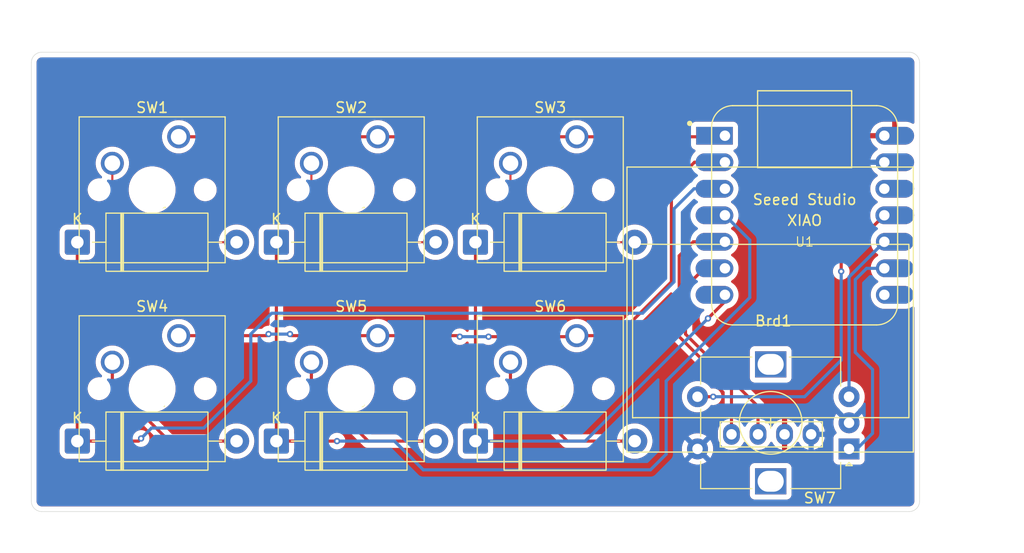
<source format=kicad_pcb>
(kicad_pcb (version 20241229) (generator "pcbnew") (generator_version "9.0")
  (layers (0 "F.Cu" signal) (2 "B.Cu" signal) (13 "F.Paste" user) (15 "B.Paste" user) (5 "F.SilkS" user "F.Silkscreen") (7 "B.SilkS" user "B.Silkscreen") (1 "F.Mask" user) (3 "B.Mask" user) (25 "Edge.Cuts" user))
  (net 0 "")
  (net 1 "SCL")
  (net 2 "SDA")
  (net 3 "GND")
  (net 4 "+5V")
  (net 5 "Net-(D1-A)")
  (net 6 "Net-(D2-A)")
  (net 7 "Net-(D3-A)")
  (net 8 "R0")
  (net 9 "R1")
  (net 10 "R2")
  (net 11 "C0")
  (net 12 "C1")
  (net 13 "D10")
  (net 14 "D9")
  (net 15 "D8")
  (net 18 "Net-(D4-A)")
  (net 19 "Net-(D5-A)")
  (net 20 "Net-(D6-A)")
  (footprint "Button_Switch_Keyboard:SW_Cherry_MX_1.00u_PCB" (layer "F.Cu") (at 57.15 38.1)
    (property "Reference" "SW2" (at -2.54 -2.794 0) (layer "F.SilkS"))
    (property "Value" "SW_Push_45deg")
    (fp_line (start -9.525 -1.905) (end 4.445 -1.905) (stroke (width 0.12)) (layer "F.SilkS"))
    (fp_line (start -9.525 12.065) (end -9.525 -1.905) (stroke (width 0.12)) (layer "F.SilkS"))
    (fp_line (start 4.445 -1.905) (end 4.445 12.065) (stroke (width 0.12)) (layer "F.SilkS"))
    (fp_line (start 4.445 12.065) (end -9.525 12.065) (stroke (width 0.12)) (layer "F.SilkS"))
    (pad "" np_thru_hole circle (at -7.62 5.08) (size 1.7 1.7) (drill 1.7) (layers "*.Cu" "*.Mask"))
    (pad "" np_thru_hole circle (at -2.54 5.08) (size 4 4) (drill 4) (layers "*.Cu" "*.Mask"))
    (pad "" np_thru_hole circle (at 2.54 5.08) (size 1.7 1.7) (drill 1.7) (layers "*.Cu" "*.Mask"))
    (pad "1" thru_hole circle (at 0 0) (size 2.2 2.2) (drill 1.5) (layers "*.Cu" "*.Mask") (net 11 "C0"))
    (pad "2" thru_hole circle (at -6.35 2.54) (size 2.2 2.2) (drill 1.5) (layers "*.Cu" "*.Mask") (net 6 "Net-(D2-A)"))
  )
  (footprint "Button_Switch_Keyboard:SW_Cherry_MX_1.00u_PCB" (layer "F.Cu") (at 57.15 57.15)
    (property "Reference" "SW5" (at -2.54 -2.794 0) (layer "F.SilkS"))
    (property "Value" "SW_Push_45deg")
    (fp_line (start -9.525 -1.905) (end 4.445 -1.905) (stroke (width 0.12)) (layer "F.SilkS"))
    (fp_line (start -9.525 12.065) (end -9.525 -1.905) (stroke (width 0.12)) (layer "F.SilkS"))
    (fp_line (start 4.445 -1.905) (end 4.445 12.065) (stroke (width 0.12)) (layer "F.SilkS"))
    (fp_line (start 4.445 12.065) (end -9.525 12.065) (stroke (width 0.12)) (layer "F.SilkS"))
    (pad "" np_thru_hole circle (at -7.62 5.08) (size 1.7 1.7) (drill 1.7) (layers "*.Cu" "*.Mask"))
    (pad "" np_thru_hole circle (at -2.54 5.08) (size 4 4) (drill 4) (layers "*.Cu" "*.Mask"))
    (pad "" np_thru_hole circle (at 2.54 5.08) (size 1.7 1.7) (drill 1.7) (layers "*.Cu" "*.Mask"))
    (pad "1" thru_hole circle (at 0 0) (size 2.2 2.2) (drill 1.5) (layers "*.Cu" "*.Mask") (net 12 "C1"))
    (pad "2" thru_hole circle (at -6.35 2.54) (size 2.2 2.2) (drill 1.5) (layers "*.Cu" "*.Mask") (net 19 "Net-(D5-A)"))
  )
  (footprint "Diode_THT:D_DO-27_P15.24mm_Horizontal" (layer "F.Cu") (at 66.5 67.25)
    (property "Reference" "D6" (at 7.62 -3.785 0) (layer "F.SilkS"))
    (property "Value" "D")
    (fp_line (start 1.44 0) (end 2.74 0) (stroke (width 0.12)) (layer "F.SilkS"))
    (fp_line (start 4.168 -2.785) (end 4.168 2.785) (stroke (width 0.12)) (layer "F.SilkS"))
    (fp_line (start 4.288 -2.785) (end 4.288 2.785) (stroke (width 0.12)) (layer "F.SilkS"))
    (fp_line (start 4.408 -2.785) (end 4.408 2.785) (stroke (width 0.12)) (layer "F.SilkS"))
    (fp_line (start 13.8 0) (end 12.5 0) (stroke (width 0.12)) (layer "F.SilkS"))
    (fp_rect (start 2.74 -2.785) (end 12.5 2.785) (stroke (width 0.12)) (fill no) (layer "F.SilkS"))
    (fp_text user "K" (at 0 -2.2 0) (layer "F.SilkS"))
    (pad "1" thru_hole roundrect (at 0 0) (size 2.4 2.4) (drill 1.2) (layers "*.Cu" "*.Mask") (roundrect_rratio 0.104167) (net 10 "R2"))
    (pad "2" thru_hole circle (at 15.24 0) (size 2.4 2.4) (drill 1.2) (layers "*.Cu" "*.Mask") (net 20 "Net-(D6-A)"))
  )
  (footprint "Diode_THT:D_DO-27_P15.24mm_Horizontal" (layer "F.Cu") (at 66.5 48.2)
    (property "Reference" "D3" (at 7.62 -3.785 0) (layer "F.SilkS"))
    (property "Value" "D")
    (fp_line (start 1.44 0) (end 2.74 0) (stroke (width 0.12)) (layer "F.SilkS"))
    (fp_line (start 4.168 -2.785) (end 4.168 2.785) (stroke (width 0.12)) (layer "F.SilkS"))
    (fp_line (start 4.288 -2.785) (end 4.288 2.785) (stroke (width 0.12)) (layer "F.SilkS"))
    (fp_line (start 4.408 -2.785) (end 4.408 2.785) (stroke (width 0.12)) (layer "F.SilkS"))
    (fp_line (start 13.8 0) (end 12.5 0) (stroke (width 0.12)) (layer "F.SilkS"))
    (fp_rect (start 2.74 -2.785) (end 12.5 2.785) (stroke (width 0.12)) (fill no) (layer "F.SilkS"))
    (fp_text user "K" (at 0 -2.2 0) (layer "F.SilkS"))
    (pad "1" thru_hole roundrect (at 0 0) (size 2.4 2.4) (drill 1.2) (layers "*.Cu" "*.Mask") (roundrect_rratio 0.104167) (net 10 "R2"))
    (pad "2" thru_hole circle (at 15.24 0) (size 2.4 2.4) (drill 1.2) (layers "*.Cu" "*.Mask") (net 7 "Net-(D3-A)"))
  )
  (footprint "Rotary_Encoder:RotaryEncoder_Alps_EC12E-Switch_Vertical_H20mm" (layer "F.Cu") (at 102.25 68 180)
    (property "Reference" "SW7" (at 2.8 -4.7 0) (layer "F.SilkS"))
    (property "Value" "RotaryEncoder_Switch")
    (fp_line (start 14.2 8.8) (end 9.3 8.8) (stroke (width 0.12)) (layer "F.SilkS"))
    (fp_line (start 14.2 6.2) (end 14.2 8.8) (stroke (width 0.12)) (layer "F.SilkS"))
    (fp_line (start 14.2 1.2) (end 14.2 3.8) (stroke (width 0.12)) (layer "F.SilkS"))
    (fp_line (start 14.2 -3.8) (end 14.2 -1.2) (stroke (width 0.12)) (layer "F.SilkS"))
    (fp_line (start 9.3 -3.8) (end 14.2 -3.8) (stroke (width 0.12)) (layer "F.SilkS"))
    (fp_line (start 7.5 2) (end 7.5 3) (stroke (width 0.12)) (layer "F.SilkS"))
    (fp_line (start 7 2.5) (end 8 2.5) (stroke (width 0.12)) (layer "F.SilkS"))
    (fp_line (start 5.7 8.8) (end 0.8 8.8) (stroke (width 0.12)) (layer "F.SilkS"))
    (fp_line (start 5.6 -3.8) (end 0.8 -3.8) (stroke (width 0.12)) (layer "F.SilkS"))
    (fp_line (start 0.8 8.8) (end 0.8 6) (stroke (width 0.12)) (layer "F.SilkS"))
    (fp_line (start 0.8 -3.8) (end 0.8 -1.3) (stroke (width 0.12)) (layer "F.SilkS"))
    (fp_line (start 0.3 -1.6) (end 0 -1.3) (stroke (width 0.12)) (layer "F.SilkS"))
    (fp_line (start 0 -1.3) (end -0.3 -1.6) (stroke (width 0.12)) (layer "F.SilkS"))
    (fp_line (start -0.3 -1.6) (end 0.3 -1.6) (stroke (width 0.12)) (layer "F.SilkS"))
    (fp_circle (center 7.5 2.5) (end 10.5 2.5) (stroke (width 0.12)) (fill no) (layer "F.SilkS"))
    (pad "A" thru_hole rect (at 0 0 180) (size 2 2) (drill 1) (layers "*.Cu" "*.Mask") (net 15 "D8"))
    (pad "B" thru_hole circle (at 0 5 180) (size 2 2) (drill 1) (layers "*.Cu" "*.Mask") (net 14 "D9"))
    (pad "C" thru_hole circle (at 0 2.5 180) (size 2 2) (drill 1) (layers "*.Cu" "*.Mask") (net 3 "GND"))
    (pad "MP" thru_hole rect (at 7.5 -3.1 180) (size 3 2.5) (drill oval 2.5 2) (layers "*.Cu" "*.Mask"))
    (pad "MP" thru_hole rect (at 7.5 8.1 180) (size 3 2.5) (drill oval 2.5 2) (layers "*.Cu" "*.Mask"))
    (pad "S1" thru_hole circle (at 14.5 0 180) (size 2 2) (drill 1) (layers "*.Cu" "*.Mask") (net 3 "GND"))
    (pad "S2" thru_hole circle (at 14.5 5 180) (size 2 2) (drill 1) (layers "*.Cu" "*.Mask") (net 13 "D10"))
  )
  (footprint "Button_Switch_Keyboard:SW_Cherry_MX_1.00u_PCB" (layer "F.Cu") (at 38.1 38.1)
    (property "Reference" "SW1" (at -2.54 -2.794 0) (layer "F.SilkS"))
    (property "Value" "SW_Push_45deg")
    (fp_line (start -9.525 -1.905) (end 4.445 -1.905) (stroke (width 0.12)) (layer "F.SilkS"))
    (fp_line (start -9.525 12.065) (end -9.525 -1.905) (stroke (width 0.12)) (layer "F.SilkS"))
    (fp_line (start 4.445 -1.905) (end 4.445 12.065) (stroke (width 0.12)) (layer "F.SilkS"))
    (fp_line (start 4.445 12.065) (end -9.525 12.065) (stroke (width 0.12)) (layer "F.SilkS"))
    (pad "" np_thru_hole circle (at -7.62 5.08) (size 1.7 1.7) (drill 1.7) (layers "*.Cu" "*.Mask"))
    (pad "" np_thru_hole circle (at -2.54 5.08) (size 4 4) (drill 4) (layers "*.Cu" "*.Mask"))
    (pad "" np_thru_hole circle (at 2.54 5.08) (size 1.7 1.7) (drill 1.7) (layers "*.Cu" "*.Mask"))
    (pad "1" thru_hole circle (at 0 0) (size 2.2 2.2) (drill 1.5) (layers "*.Cu" "*.Mask") (net 11 "C0"))
    (pad "2" thru_hole circle (at -6.35 2.54) (size 2.2 2.2) (drill 1.5) (layers "*.Cu" "*.Mask") (net 5 "Net-(D1-A)"))
  )
  (footprint "Button_Switch_Keyboard:SW_Cherry_MX_1.00u_PCB" (layer "F.Cu") (at 76.2 57.15)
    (property "Reference" "SW6" (at -2.54 -2.794 0) (layer "F.SilkS"))
    (property "Value" "SW_Push_45deg")
    (fp_line (start -9.525 -1.905) (end 4.445 -1.905) (stroke (width 0.12)) (layer "F.SilkS"))
    (fp_line (start -9.525 12.065) (end -9.525 -1.905) (stroke (width 0.12)) (layer "F.SilkS"))
    (fp_line (start 4.445 -1.905) (end 4.445 12.065) (stroke (width 0.12)) (layer "F.SilkS"))
    (fp_line (start 4.445 12.065) (end -9.525 12.065) (stroke (width 0.12)) (layer "F.SilkS"))
    (pad "" np_thru_hole circle (at -7.62 5.08) (size 1.7 1.7) (drill 1.7) (layers "*.Cu" "*.Mask"))
    (pad "" np_thru_hole circle (at -2.54 5.08) (size 4 4) (drill 4) (layers "*.Cu" "*.Mask"))
    (pad "" np_thru_hole circle (at 2.54 5.08) (size 1.7 1.7) (drill 1.7) (layers "*.Cu" "*.Mask"))
    (pad "1" thru_hole circle (at 0 0) (size 2.2 2.2) (drill 1.5) (layers "*.Cu" "*.Mask") (net 12 "C1"))
    (pad "2" thru_hole circle (at -6.35 2.54) (size 2.2 2.2) (drill 1.5) (layers "*.Cu" "*.Mask") (net 20 "Net-(D6-A)"))
  )
  (footprint "Diode_THT:D_DO-27_P15.24mm_Horizontal" (layer "F.Cu") (at 47.45 48.2)
    (property "Reference" "D2" (at 7.62 -3.785 0) (layer "F.SilkS"))
    (property "Value" "D")
    (fp_line (start 1.44 0) (end 2.74 0) (stroke (width 0.12)) (layer "F.SilkS"))
    (fp_line (start 4.168 -2.785) (end 4.168 2.785) (stroke (width 0.12)) (layer "F.SilkS"))
    (fp_line (start 4.288 -2.785) (end 4.288 2.785) (stroke (width 0.12)) (layer "F.SilkS"))
    (fp_line (start 4.408 -2.785) (end 4.408 2.785) (stroke (width 0.12)) (layer "F.SilkS"))
    (fp_line (start 13.8 0) (end 12.5 0) (stroke (width 0.12)) (layer "F.SilkS"))
    (fp_rect (start 2.74 -2.785) (end 12.5 2.785) (stroke (width 0.12)) (fill no) (layer "F.SilkS"))
    (fp_text user "K" (at 0 -2.2 0) (layer "F.SilkS"))
    (pad "1" thru_hole roundrect (at 0 0) (size 2.4 2.4) (drill 1.2) (layers "*.Cu" "*.Mask") (roundrect_rratio 0.104167) (net 9 "R1"))
    (pad "2" thru_hole circle (at 15.24 0) (size 2.4 2.4) (drill 1.2) (layers "*.Cu" "*.Mask") (net 6 "Net-(D2-A)"))
  )
  (footprint "Button_Switch_Keyboard:SW_Cherry_MX_1.00u_PCB" (layer "F.Cu") (at 76.2 38.1)
    (property "Reference" "SW3" (at -2.54 -2.794 0) (layer "F.SilkS"))
    (property "Value" "SW_Push_45deg")
    (fp_line (start -9.525 -1.905) (end 4.445 -1.905) (stroke (width 0.12)) (layer "F.SilkS"))
    (fp_line (start -9.525 12.065) (end -9.525 -1.905) (stroke (width 0.12)) (layer "F.SilkS"))
    (fp_line (start 4.445 -1.905) (end 4.445 12.065) (stroke (width 0.12)) (layer "F.SilkS"))
    (fp_line (start 4.445 12.065) (end -9.525 12.065) (stroke (width 0.12)) (layer "F.SilkS"))
    (pad "" np_thru_hole circle (at -7.62 5.08) (size 1.7 1.7) (drill 1.7) (layers "*.Cu" "*.Mask"))
    (pad "" np_thru_hole circle (at -2.54 5.08) (size 4 4) (drill 4) (layers "*.Cu" "*.Mask"))
    (pad "" np_thru_hole circle (at 2.54 5.08) (size 1.7 1.7) (drill 1.7) (layers "*.Cu" "*.Mask"))
    (pad "1" thru_hole circle (at 0 0) (size 2.2 2.2) (drill 1.5) (layers "*.Cu" "*.Mask") (net 11 "C0"))
    (pad "2" thru_hole circle (at -6.35 2.54) (size 2.2 2.2) (drill 1.5) (layers "*.Cu" "*.Mask") (net 7 "Net-(D3-A)"))
  )
  (footprint "Diode_THT:D_DO-27_P15.24mm_Horizontal" (layer "F.Cu") (at 47.45 67.25)
    (property "Reference" "D5" (at 7.62 -3.785 0) (layer "F.SilkS"))
    (property "Value" "D")
    (fp_line (start 1.44 0) (end 2.74 0) (stroke (width 0.12)) (layer "F.SilkS"))
    (fp_line (start 4.168 -2.785) (end 4.168 2.785) (stroke (width 0.12)) (layer "F.SilkS"))
    (fp_line (start 4.288 -2.785) (end 4.288 2.785) (stroke (width 0.12)) (layer "F.SilkS"))
    (fp_line (start 4.408 -2.785) (end 4.408 2.785) (stroke (width 0.12)) (layer "F.SilkS"))
    (fp_line (start 13.8 0) (end 12.5 0) (stroke (width 0.12)) (layer "F.SilkS"))
    (fp_rect (start 2.74 -2.785) (end 12.5 2.785) (stroke (width 0.12)) (fill no) (layer "F.SilkS"))
    (fp_text user "K" (at 0 -2.2 0) (layer "F.SilkS"))
    (pad "1" thru_hole roundrect (at 0 0) (size 2.4 2.4) (drill 1.2) (layers "*.Cu" "*.Mask") (roundrect_rratio 0.104167) (net 9 "R1"))
    (pad "2" thru_hole circle (at 15.24 0) (size 2.4 2.4) (drill 1.2) (layers "*.Cu" "*.Mask") (net 19 "Net-(D5-A)"))
  )
  (footprint "Diode_THT:D_DO-27_P15.24mm_Horizontal" (layer "F.Cu") (at 28.4 48.2)
    (property "Reference" "D1" (at 7.62 -3.785 0) (layer "F.SilkS"))
    (property "Value" "D")
    (fp_line (start 1.44 0) (end 2.74 0) (stroke (width 0.12)) (layer "F.SilkS"))
    (fp_line (start 4.168 -2.785) (end 4.168 2.785) (stroke (width 0.12)) (layer "F.SilkS"))
    (fp_line (start 4.288 -2.785) (end 4.288 2.785) (stroke (width 0.12)) (layer "F.SilkS"))
    (fp_line (start 4.408 -2.785) (end 4.408 2.785) (stroke (width 0.12)) (layer "F.SilkS"))
    (fp_line (start 13.8 0) (end 12.5 0) (stroke (width 0.12)) (layer "F.SilkS"))
    (fp_rect (start 2.74 -2.785) (end 12.5 2.785) (stroke (width 0.12)) (fill no) (layer "F.SilkS"))
    (fp_text user "K" (at 0 -2.2 0) (layer "F.SilkS"))
    (pad "1" thru_hole roundrect (at 0 0) (size 2.4 2.4) (drill 1.2) (layers "*.Cu" "*.Mask") (roundrect_rratio 0.104167) (net 8 "R0"))
    (pad "2" thru_hole circle (at 15.24 0) (size 2.4 2.4) (drill 1.2) (layers "*.Cu" "*.Mask") (net 5 "Net-(D1-A)"))
  )
  (footprint "footprints:XIAO-Generic-Hybrid-14P-2.54-21X17.8MM" (layer "F.Cu") (at 98 45.62)
    (property "Reference" "U1" (at 0 2.54 0) (layer "F.SilkS") (effects (font (size 0.889 0.889) (thickness 0.1016))))
    (property "Value" "MOUDLE-SEEEDUINO-XIAO" (hide yes))
    (fp_line (start -8.9 -8.5) (end -8.9 8.5) (stroke (width 0.127)) (layer "F.SilkS"))
    (fp_line (start -6.9 10.5) (end 6.9 10.5) (stroke (width 0.127)) (layer "F.SilkS"))
    (fp_line (start -4.5 -11.92403) (end 4.5 -11.92403) (stroke (width 0.127)) (layer "F.SilkS"))
    (fp_line (start -4.5 -4.57073) (end -4.5 -11.92403) (stroke (width 0.127)) (layer "F.SilkS"))
    (fp_line (start 4.5 -11.92403) (end 4.5 -4.57073) (stroke (width 0.127)) (layer "F.SilkS"))
    (fp_line (start 4.5 -4.57073) (end -4.5 -4.57073) (stroke (width 0.127)) (layer "F.SilkS"))
    (fp_line (start 6.9 -10.49909) (end -6.9 -10.49909) (stroke (width 0.127)) (layer "F.SilkS"))
    (fp_line (start 8.9 8.5) (end 8.9 -8.5) (stroke (width 0.127)) (layer "F.SilkS"))
    (fp_arc (start -8.9 -8.5) (mid -8.301491 -9.901491) (end -6.9 -10.5) (stroke (width 0.12)) (layer "F.SilkS"))
    (fp_arc (start -6.9 10.5) (mid -8.301423 9.901423) (end -8.9 8.5) (stroke (width 0.12)) (layer "F.SilkS"))
    (fp_arc (start 6.9 -10.5) (mid 8.301491 -9.901491) (end 8.9 -8.5) (stroke (width 0.12)) (layer "F.SilkS"))
    (fp_arc (start 8.9 8.5) (mid 8.314214 9.914214) (end 6.9 10.5) (stroke (width 0.12)) (layer "F.SilkS"))
    (fp_circle (center -11 -8.8) (end -11 -9.054) (fill yes) (layer "F.SilkS"))
    (fp_poly (pts (xy -8.887715 -8.561705) (xy -8.884667 -8.610473) (xy -8.880603 -8.659494)) (stroke (width 0.0254)) (fill no) (layer "F.SilkS"))
    (fp_poly (pts (xy 8.889492 8.521574) (xy 8.887713 8.57085) (xy 8.884665 8.619618) (xy 8.880601 8.668639) (xy 8.875268 8.717407) (xy 8.868664 8.766175) (xy 8.861044 8.81469) (xy 8.852153 8.86295) (xy 8.842248 8.910955)) (stroke (width 0.0254)) (fill no) (layer "F.SilkS"))
    (fp_text user "Seeed Studio" (at 0 -1.5 0) (layer "F.SilkS"))
    (fp_text user "XIAO" (at 0 0.5 0) (layer "F.SilkS"))
    (pad "1" thru_hole rect (at -7.625 -7.62) (size 3.5 1.7) (drill 1 (offset -1 0)) (layers "*.Cu" "*.Mask") (net 11 "C0"))
    (pad "2" thru_hole oval (at -7.625 -5.08) (size 3.6 1.7) (drill 1 (offset -1 0)) (layers "*.Cu" "*.Mask") (net 12 "C1"))
    (pad "3" thru_hole oval (at -7.625 -2.54) (size 3.6 1.7) (drill 1 (offset -1 0)) (layers "*.Cu" "*.Mask") (net 8 "R0"))
    (pad "4" thru_hole oval (at -7.625 0) (size 3.6 1.7) (drill 1 (offset -1 0)) (layers "*.Cu" "*.Mask") (net 9 "R1"))
    (pad "5" thru_hole oval (at -7.625 2.54) (size 3.6 1.7) (drill 1 (offset -1 0)) (layers "*.Cu" "*.Mask") (net 2 "SDA"))
    (pad "6" thru_hole oval (at -7.625 5.08 180) (size 3.6 1.7) (drill 1 (offset 1 0)) (layers "*.Cu" "*.Mask") (net 1 "SCL"))
    (pad "7" thru_hole oval (at -7.625 7.62) (size 3.6 1.7) (drill 1 (offset -1 0)) (layers "*.Cu" "*.Mask") (net 10 "R2"))
    (pad "8" thru_hole oval (at 7.625 7.62) (size 3.6 1.7) (drill 1 (offset 1 0)) (layers "*.Cu" "*.Mask"))
    (pad "9" thru_hole oval (at 7.625 5.08) (size 3.6 1.7) (drill 1 (offset 1 0)) (layers "*.Cu" "*.Mask") (net 15 "D8"))
    (pad "10" thru_hole oval (at 7.625 2.54) (size 3.6 1.7) (drill 1 (offset 1 0)) (layers "*.Cu" "*.Mask") (net 14 "D9"))
    (pad "11" thru_hole oval (at 7.625 0) (size 3.7 1.7) (drill 1 (offset 1 0)) (layers "*.Cu" "*.Mask") (net 13 "D10"))
    (pad "12" thru_hole oval (at 7.625 -2.54) (size 3.7 1.7) (drill 1 (offset 1 0)) (layers "*.Cu" "*.Mask"))
    (pad "13" thru_hole oval (at 7.625 -5.08) (size 3.7 1.7) (drill 1 (offset 1 0)) (layers "*.Cu" "*.Mask") (net 3 "GND"))
    (pad "14" thru_hole oval (at 7.625 -7.62) (size 3.7 1.7) (drill 1 (offset 1 0)) (layers "*.Cu" "*.Mask") (net 4 "+5V"))
  )
  (footprint "Diode_THT:D_DO-27_P15.24mm_Horizontal" (layer "F.Cu") (at 28.4 67.25)
    (property "Reference" "D4" (at 7.62 -3.785 0) (layer "F.SilkS"))
    (property "Value" "D")
    (fp_line (start 1.44 0) (end 2.74 0) (stroke (width 0.12)) (layer "F.SilkS"))
    (fp_line (start 4.168 -2.785) (end 4.168 2.785) (stroke (width 0.12)) (layer "F.SilkS"))
    (fp_line (start 4.288 -2.785) (end 4.288 2.785) (stroke (width 0.12)) (layer "F.SilkS"))
    (fp_line (start 4.408 -2.785) (end 4.408 2.785) (stroke (width 0.12)) (layer "F.SilkS"))
    (fp_line (start 13.8 0) (end 12.5 0) (stroke (width 0.12)) (layer "F.SilkS"))
    (fp_rect (start 2.74 -2.785) (end 12.5 2.785) (stroke (width 0.12)) (fill no) (layer "F.SilkS"))
    (fp_text user "K" (at 0 -2.2 0) (layer "F.SilkS"))
    (pad "1" thru_hole roundrect (at 0 0) (size 2.4 2.4) (drill 1.2) (layers "*.Cu" "*.Mask") (roundrect_rratio 0.104167) (net 8 "R0"))
    (pad "2" thru_hole circle (at 15.24 0) (size 2.4 2.4) (drill 1.2) (layers "*.Cu" "*.Mask") (net 18 "Net-(D4-A)"))
  )
  (footprint "SSD1306:128x64OLED" (layer "F.Cu") (at 95 56 180)
    (property "Reference" "Brd1" (at 0 0.254 0) (layer "F.SilkS"))
    (property "Value" "SSD1306")
    (fp_line (start 14 15) (end -13.4 15) (stroke (width 0.12)) (layer "F.SilkS"))
    (fp_line (start 14 -12.3) (end 14 15) (stroke (width 0.12)) (layer "F.SilkS"))
    (fp_line (start 13.462 7.62) (end 13.462 -9.017) (stroke (width 0.12)) (layer "F.SilkS"))
    (fp_line (start 13.462 -9.017) (end 13.208 -9.005) (stroke (width 0.12)) (layer "F.SilkS"))
    (fp_line (start 10.122 7.595) (end 13.462 7.62) (stroke (width 0.12)) (layer "F.SilkS"))
    (fp_line (start 10.122 7.595) (end -12.978 7.595) (stroke (width 0.12)) (layer "F.SilkS"))
    (fp_line (start 10.122 -9.005) (end 13.208 -9.005) (stroke (width 0.12)) (layer "F.SilkS"))
    (fp_line (start 5.08 -9.398) (end -4.699 -9.398) (stroke (width 0.12)) (layer "F.SilkS"))
    (fp_line (start 5.08 -11.811) (end 5.08 -9.398) (stroke (width 0.12)) (layer "F.SilkS"))
    (fp_line (start -4.699 -11.811) (end 5.08 -11.811) (stroke (width 0.12)) (layer "F.SilkS"))
    (fp_line (start -4.699 -11.811) (end -4.699 -9.398) (stroke (width 0.12)) (layer "F.SilkS"))
    (fp_line (start -12.978 7.595) (end -12.978 -9.005) (stroke (width 0.12)) (layer "F.SilkS"))
    (fp_line (start -12.978 -9.005) (end 10.122 -9.005) (stroke (width 0.12)) (layer "F.SilkS"))
    (fp_line (start -13.4 15) (end -13.4 -12.3) (stroke (width 0.12)) (layer "F.SilkS"))
    (fp_line (start -13.4 -12.3) (end 14 -12.3) (stroke (width 0.12)) (layer "F.SilkS"))
    (pad "1" thru_hole oval (at -3.62 -10.6 270) (size 2 1.6) (drill 1) (layers "*.Cu" "*.Mask") (net 3 "GND"))
    (pad "2" thru_hole oval (at -1.08 -10.6 270) (size 2 1.6) (drill 1) (layers "*.Cu" "*.Mask") (net 4 "+5V"))
    (pad "3" thru_hole oval (at 1.46 -10.6 270) (size 2 1.6) (drill 1) (layers "*.Cu" "*.Mask") (net 1 "SCL"))
    (pad "4" thru_hole oval (at 4 -10.6 270) (size 2 1.6) (drill 1) (layers "*.Cu" "*.Mask") (net 2 "SDA"))
  )
  (footprint "Button_Switch_Keyboard:SW_Cherry_MX_1.00u_PCB" (layer "F.Cu") (at 38.1 57.15)
    (property "Reference" "SW4" (at -2.54 -2.794 0) (layer "F.SilkS"))
    (property "Value" "SW_Push_45deg")
    (fp_line (start -9.525 -1.905) (end 4.445 -1.905) (stroke (width 0.12)) (layer "F.SilkS"))
    (fp_line (start -9.525 12.065) (end -9.525 -1.905) (stroke (width 0.12)) (layer "F.SilkS"))
    (fp_line (start 4.445 -1.905) (end 4.445 12.065) (stroke (width 0.12)) (layer "F.SilkS"))
    (fp_line (start 4.445 12.065) (end -9.525 12.065) (stroke (width 0.12)) (layer "F.SilkS"))
    (pad "" np_thru_hole circle (at -7.62 5.08) (size 1.7 1.7) (drill 1.7) (layers "*.Cu" "*.Mask"))
    (pad "" np_thru_hole circle (at -2.54 5.08) (size 4 4) (drill 4) (layers "*.Cu" "*.Mask"))
    (pad "" np_thru_hole circle (at 2.54 5.08) (size 1.7 1.7) (drill 1.7) (layers "*.Cu" "*.Mask"))
    (pad "1" thru_hole circle (at 0 0) (size 2.2 2.2) (drill 1.5) (layers "*.Cu" "*.Mask") (net 12 "C1"))
    (pad "2" thru_hole circle (at -6.35 2.54) (size 2.2 2.2) (drill 1.5) (layers "*.Cu" "*.Mask") (net 18 "Net-(D4-A)"))
  )
  (gr_arc (start 108 30) (mid 108.707107 30.292893) (end 109 31) (stroke (width 0.05)) (layer "Edge.Cuts"))
  (gr_line (start 24 31) (end 24 73) (stroke (width 0.05)) (layer "Edge.Cuts"))
  (gr_arc (start 24 31) (mid 24.292893 30.292893) (end 25 30) (stroke (width 0.05)) (layer "Edge.Cuts"))
  (gr_line (start 25 74) (end 104 74) (stroke (width 0.05)) (layer "Edge.Cuts"))
  (gr_line (start 109 31) (end 109 73) (stroke (width 0.05)) (layer "Edge.Cuts"))
  (gr_arc (start 109 73) (mid 108.707107 73.707107) (end 108 74) (stroke (width 0.05)) (layer "Edge.Cuts"))
  (gr_line (start 25 30) (end 108 30) (stroke (width 0.05)) (layer "Edge.Cuts"))
  (gr_line (start 104 74) (end 108 74) (stroke (width 0.05)) (layer "Edge.Cuts"))
  (gr_arc (start 25 74) (mid 24.292893 73.707107) (end 24 73) (stroke (width 0.05)) (layer "Edge.Cuts"))
  (segment (start 93.54 63.940058) (end 91.601 62.001058) (width 0.3) (layer "F.Cu") (net 1))
  (segment (start 91.601 62.001058) (end 86.601 57.001058) (width 0.3) (layer "F.Cu") (net 1))
  (segment (start 86.601 57.001058) (end 86.601 52.5) (width 0.3) (layer "F.Cu") (net 1))
  (segment (start 90.375 50.7) (end 88.401 50.7) (width 0.3) (layer "F.Cu") (net 1))
  (segment (start 88.401 50.7) (end 86.601 52.5) (width 0.3) (layer "F.Cu") (net 1))
  (segment (start 93.54 66.6) (end 93.54 63.940058) (width 0.3) (layer "F.Cu") (net 1))
  (segment (start 87.34 48.16) (end 86 49.5) (width 0.3) (layer "F.Cu") (net 2))
  (segment (start 90.375 48.16) (end 87.34 48.16) (width 0.3) (layer "F.Cu") (net 2))
  (segment (start 91 62.25) (end 91 66.6) (width 0.3) (layer "F.Cu") (net 2))
  (segment (start 86 57.25) (end 91 62.25) (width 0.3) (layer "F.Cu") (net 2))
  (segment (start 86 49.5) (end 86 57.25) (width 0.3) (layer "F.Cu") (net 2))
  (segment (start 31.75 40.64) (end 31.75 43.93) (width 0.2) (layer "F.Cu") (net 5))
  (segment (start 36.02 48.2) (end 43.64 48.2) (width 0.2) (layer "F.Cu") (net 5))
  (segment (start 31.75 43.93) (end 36.02 48.2) (width 0.2) (layer "F.Cu") (net 5))
  (segment (start 50.8 43.93) (end 55.07 48.2) (width 0.2) (layer "F.Cu") (net 6))
  (segment (start 55.07 48.2) (end 62.69 48.2) (width 0.2) (layer "F.Cu") (net 6))
  (segment (start 50.8 40.64) (end 50.8 43.93) (width 0.2) (layer "F.Cu") (net 6))
  (segment (start 69.85 40.64) (end 69.85 43.93) (width 0.2) (layer "F.Cu") (net 7))
  (segment (start 74.12 48.2) (end 81.74 48.2) (width 0.2) (layer "F.Cu") (net 7))
  (segment (start 69.85 43.93) (end 74.12 48.2) (width 0.2) (layer "F.Cu") (net 7))
  (segment (start 34.25 67.25) (end 34.5 67) (width 0.3) (layer "F.Cu") (net 8))
  (segment (start 28.4 67.25) (end 34.25 67.25) (width 0.3) (layer "F.Cu") (net 8))
  (segment (start 28.4 48.2) (end 28.4 67.25) (width 0.3) (layer "F.Cu") (net 8))
  (via (at 34.5 67) (size 0.6) (drill 0.3) (layers "F.Cu" "B.Cu") (net 8))
  (segment (start 45 61.5) (end 45 57) (width 0.3) (layer "B.Cu") (net 8))
  (segment (start 35.5 66) (end 40.5 66) (width 0.3) (layer "B.Cu") (net 8))
  (segment (start 45 57) (end 47 55) (width 0.3) (layer "B.Cu") (net 8))
  (segment (start 85.5 52) (end 85.5 45) (width 0.3) (layer "B.Cu") (net 8))
  (segment (start 85.5 45) (end 87.42 43.08) (width 0.3) (layer "B.Cu") (net 8))
  (segment (start 47 55) (end 82.5 55) (width 0.3) (layer "B.Cu") (net 8))
  (segment (start 87.42 43.08) (end 90.375 43.08) (width 0.3) (layer "B.Cu") (net 8))
  (segment (start 82.5 55) (end 85.5 52) (width 0.3) (layer "B.Cu") (net 8))
  (segment (start 40.5 66) (end 45 61.5) (width 0.3) (layer "B.Cu") (net 8))
  (segment (start 34.5 67) (end 35.5 66) (width 0.3) (layer "B.Cu") (net 8))
  (segment (start 47.45 48.2) (end 47.45 67.25) (width 0.3) (layer "F.Cu") (net 9))
  (segment (start 47.45 67.25) (end 53.25 67.25) (width 0.3) (layer "F.Cu") (net 9))
  (via (at 53.25 67.25) (size 0.6) (drill 0.3) (layers "F.Cu" "B.Cu") (net 9))
  (segment (start 92.75 47.995) (end 90.375 45.62) (width 0.3) (layer "B.Cu") (net 9))
  (segment (start 83.25 70) (end 84.75 68.5) (width 0.3) (layer "B.Cu") (net 9))
  (segment (start 84.75 68.5) (end 84.75 61.5) (width 0.3) (layer "B.Cu") (net 9))
  (segment (start 84.75 61.5) (end 92.75 53.5) (width 0.3) (layer "B.Cu") (net 9))
  (segment (start 53.25 67.25) (end 58.75 67.25) (width 0.3) (layer "B.Cu") (net 9))
  (segment (start 92.75 53.5) (end 92.75 47.995) (width 0.3) (layer "B.Cu") (net 9))
  (segment (start 61.5 70) (end 83.25 70) (width 0.3) (layer "B.Cu") (net 9))
  (segment (start 58.75 67.25) (end 61.5 70) (width 0.3) (layer "B.Cu") (net 9))
  (segment (start 66.5 48.2) (end 66.5 67.25) (width 0.3) (layer "F.Cu") (net 10))
  (segment (start 90.375 53.24) (end 90.375 53.875) (width 0.3) (layer "F.Cu") (net 10))
  (segment (start 90.375 53.875) (end 88.75 55.5) (width 0.3) (layer "F.Cu") (net 10))
  (via (at 88.75 55.5) (size 0.6) (drill 0.3) (layers "F.Cu" "B.Cu") (net 10))
  (segment (start 77 67.25) (end 66.5 67.25) (width 0.3) (layer "B.Cu") (net 10))
  (segment (start 88.75 55.5) (end 77 67.25) (width 0.3) (layer "B.Cu") (net 10))
  (segment (start 57.15 38.1) (end 76.2 38.1) (width 0.3) (layer "F.Cu") (net 11))
  (segment (start 57.15 38.1) (end 38.1 38.1) (width 0.3) (layer "F.Cu") (net 11))
  (segment (start 76.2 38.1) (end 90.275 38.1) (width 0.3) (layer "F.Cu") (net 11))
  (segment (start 90.275 38.1) (end 90.375 38) (width 0.3) (layer "F.Cu") (net 11))
  (segment (start 80.1 57.15) (end 76.2 57.15) (width 0.3) (layer "F.Cu") (net 12))
  (segment (start 87.46 40.54) (end 85.25 42.75) (width 0.3) (layer "F.Cu") (net 12))
  (segment (start 46.7 57) (end 46.55 57.15) (width 0.3) (layer "F.Cu") (net 12))
  (segment (start 57.15 57.15) (end 64.9 57.15) (width 0.3) (layer "F.Cu") (net 12))
  (segment (start 57.15 57.15) (end 48.9 57.15) (width 0.3) (layer "F.Cu") (net 12))
  (segment (start 76.1 57.25) (end 76.2 57.15) (width 0.3) (layer "F.Cu") (net 12))
  (segment (start 85.25 52) (end 80.1 57.15) (width 0.3) (layer "F.Cu") (net 12))
  (segment (start 64.9 57.15) (end 65 57.25) (width 0.3) (layer "F.Cu") (net 12))
  (segment (start 48.9 57.15) (end 48.75 57) (width 0.3) (layer "F.Cu") (net 12))
  (segment (start 46.55 57.15) (end 38.1 57.15) (width 0.3) (layer "F.Cu") (net 12))
  (segment (start 67.75 57.25) (end 76.1 57.25) (width 0.3) (layer "F.Cu") (net 12))
  (segment (start 90.375 40.54) (end 87.46 40.54) (width 0.3) (layer "F.Cu") (net 12))
  (segment (start 85.25 42.75) (end 85.25 52) (width 0.3) (layer "F.Cu") (net 12))
  (via (at 67.75 57.25) (size 0.6) (drill 0.3) (layers "F.Cu" "B.Cu") (net 12))
  (via (at 46.7 57) (size 0.6) (drill 0.3) (layers "F.Cu" "B.Cu") (net 12))
  (via (at 48.75 57) (size 0.6) (drill 0.3) (layers "F.Cu" "B.Cu") (net 12))
  (via (at 65 57.25) (size 0.6) (drill 0.3) (layers "F.Cu" "B.Cu") (net 12))
  (segment (start 65 57.25) (end 67.75 57.25) (width 0.3) (layer "B.Cu") (net 12))
  (segment (start 48.75 57) (end 46.7 57) (width 0.3) (layer "B.Cu") (net 12))
  (segment (start 101.5 49.745) (end 101.5 51) (width 0.3) (layer "F.Cu") (net 13))
  (segment (start 105.625 45.62) (end 101.5 49.745) (width 0.3) (layer "F.Cu") (net 13))
  (segment (start 87.75 63) (end 89.25 63) (width 0.3) (layer "F.Cu") (net 13))
  (via (at 101.5 51) (size 0.6) (drill 0.3) (layers "F.Cu" "B.Cu") (net 13))
  (via (at 89.25 63) (size 0.6) (drill 0.3) (layers "F.Cu" "B.Cu") (net 13))
  (segment (start 101.5 59.5) (end 101.5 51) (width 0.3) (layer "B.Cu") (net 13))
  (segment (start 99.5 61.5) (end 101.5 59.5) (width 0.3) (layer "B.Cu") (net 13))
  (segment (start 89.25 63) (end 98 63) (width 0.3) (layer "B.Cu") (net 13))
  (segment (start 98 63) (end 99.5 61.5) (width 0.3) (layer "B.Cu") (net 13))
  (segment (start 102.25 63) (end 102.25 51.535) (width 0.3) (layer "B.Cu") (net 14))
  (segment (start 102.25 51.535) (end 105.625 48.16) (width 0.3) (layer "B.Cu") (net 14))
  (segment (start 102.851 51.783942) (end 102.851 58.75) (width 0.3) (layer "B.Cu") (net 15))
  (segment (start 104.5 60.399) (end 104.5 66.5) (width 0.3) (layer "B.Cu") (net 15))
  (segment (start 104.5 66.5) (end 103 68) (width 0.3) (layer "B.Cu") (net 15))
  (segment (start 105.625 50.7) (end 103.934942 50.7) (width 0.3) (layer "B.Cu") (net 15))
  (segment (start 102.851 58.75) (end 104.5 60.399) (width 0.3) (layer "B.Cu") (net 15))
  (segment (start 103.934942 50.7) (end 102.851 51.783942) (width 0.3) (layer "B.Cu") (net 15))
  (segment (start 103 68) (end 102.25 68) (width 0.3) (layer "B.Cu") (net 15))
  (segment (start 37.184473 67.25) (end 31.75 61.815527) (width 0.3) (layer "F.Cu") (net 18))
  (segment (start 31.75 61.815527) (end 31.75 59.69) (width 0.3) (layer "F.Cu") (net 18))
  (segment (start 43.64 67.25) (end 37.184473 67.25) (width 0.3) (layer "F.Cu") (net 18))
  (segment (start 50.8 59.69) (end 50.8 61.815527) (width 0.3) (layer "F.Cu") (net 19))
  (segment (start 56.234473 67.25) (end 62.69 67.25) (width 0.3) (layer "F.Cu") (net 19))
  (segment (start 50.8 61.815527) (end 56.234473 67.25) (width 0.3) (layer "F.Cu") (net 19))
  (segment (start 69.85 61.815527) (end 75.284473 67.25) (width 0.3) (layer "F.Cu") (net 20))
  (segment (start 75.284473 67.25) (end 81.74 67.25) (width 0.3) (layer "F.Cu") (net 20))
  (segment (start 69.85 59.69) (end 69.85 61.815527) (width 0.3) (layer "F.Cu") (net 20))
  (zone (net 4) (net_name "+5V") (layer "F.Cu") (connect_pads (clearance 0.5)) (min_thickness 0.25) (fill yes (thermal_gap 0.5) (thermal_bridge_width 0.5))
    (polygon (pts (xy 21 75) (xy 23 77) (xy 114 77) (xy 117 74) (xy 117 29) (xy 113 25) (xy 23 25) (xy 21 27)))
  )
  (zone (net 3) (net_name "GND") (layer "B.Cu") (connect_pads (clearance 0.5)) (min_thickness 0.25) (fill yes (thermal_gap 0.5) (thermal_bridge_width 0.5))
    (polygon (pts (xy 23 76) (xy 25 78) (xy 116 78) (xy 119 75) (xy 119 30) (xy 115 26) (xy 25 26) (xy 23 28)))
  )
)
</source>
